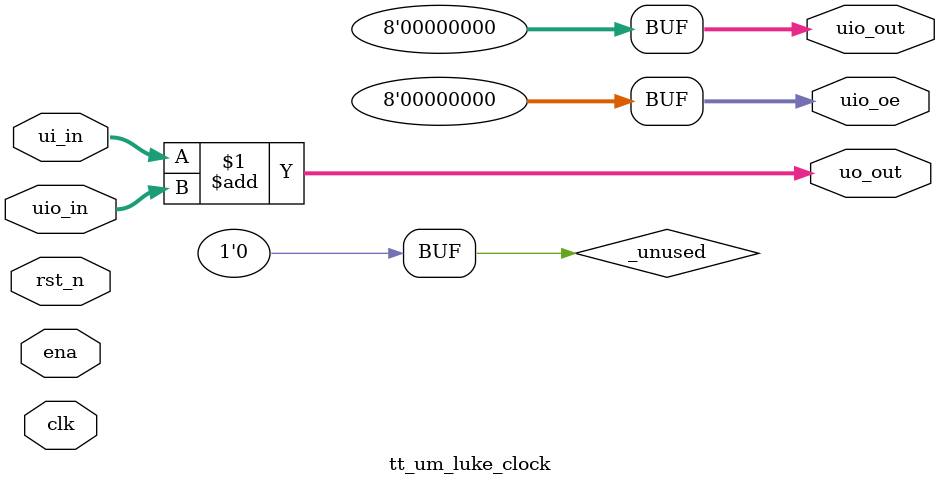
<source format=v>
/*
 * Copyright (c) 2024 Your Name
 * SPDX-License-Identifier: Apache-2.0
 */

`default_nettype none

module tt_um_luke_clock (
    input  wire [7:0] ui_in,    // Dedicated inputs
    output wire [7:0] uo_out,   // Dedicated outputs
    input  wire [7:0] uio_in,   // IOs: Input path
    output wire [7:0] uio_out,  // IOs: Output path
    output wire [7:0] uio_oe,   // IOs: Enable path (active high: 0=input, 1=output)
    input  wire       ena,      // always 1 when the design is powered, so you can ignore it
    input  wire       clk,      // clock
    input  wire       rst_n     // reset_n - low to reset
);

  // All output pins must be assigned. If not used, assign to 0.
  assign uo_out  = ui_in + uio_in;  // Example: ou_out is the sum of ui_in and uio_in
  assign uio_out = 0;
  assign uio_oe  = 0;

  // List all unused inputs to prevent warnings
  wire _unused = &{ena, clk, rst_n, 1'b0};

endmodule

</source>
